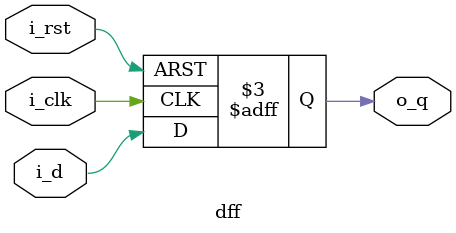
<source format=v>
`timescale 1ns / 1ps
module dff(
    input i_clk,
    input i_rst,
    input i_d,
    output reg o_q
    );
	 always @(posedge i_clk or posedge i_rst) begin
		if(i_rst == 1) o_q <= 1'b0;
		else o_q <= i_d;
	 end


endmodule

</source>
